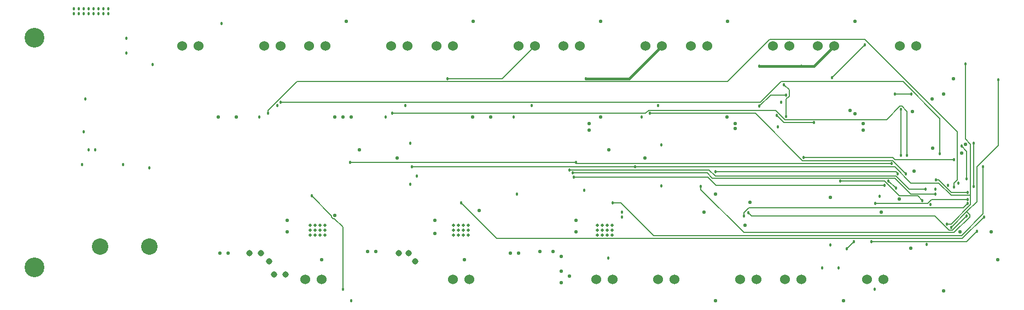
<source format=gbr>
G04 EAGLE Gerber RS-274X export*
G75*
%MOMM*%
%FSLAX34Y34*%
%LPD*%
%INBottom Copper*%
%IPPOS*%
%AMOC8*
5,1,8,0,0,1.08239X$1,22.5*%
G01*
%ADD10C,1.524000*%
%ADD11C,2.540000*%
%ADD12C,3.048000*%
%ADD13C,0.503200*%
%ADD14C,0.127000*%
%ADD15C,0.457200*%
%ADD16C,0.553200*%
%ADD17C,0.975000*%
%ADD18C,0.381000*%


D10*
X1181100Y63500D03*
X1206500Y63500D03*
X933450Y425450D03*
X908050Y425450D03*
X863600Y425450D03*
X838200Y425450D03*
X1060450Y425450D03*
X1035050Y425450D03*
X1130300Y425450D03*
X1104900Y425450D03*
X1327150Y425450D03*
X1301750Y425450D03*
X1257300Y425450D03*
X1231900Y425450D03*
X1454150Y425450D03*
X1428750Y425450D03*
X958850Y63500D03*
X984250Y63500D03*
D11*
X190500Y114300D03*
X266700Y114300D03*
D10*
X1250950Y63500D03*
X1276350Y63500D03*
X736600Y63500D03*
X762000Y63500D03*
X508000Y63500D03*
X533400Y63500D03*
X1054100Y63500D03*
X1079500Y63500D03*
X1377950Y63500D03*
X1403350Y63500D03*
X342900Y425450D03*
X317500Y425450D03*
X469900Y425450D03*
X444500Y425450D03*
X539750Y425450D03*
X514350Y425450D03*
X666750Y425450D03*
X641350Y425450D03*
X736600Y425450D03*
X711200Y425450D03*
D12*
X88900Y438150D03*
X88900Y82550D03*
D13*
X982980Y147320D03*
X982980Y139700D03*
X982980Y132080D03*
X975360Y132080D03*
X975360Y139700D03*
X975360Y147320D03*
X967740Y147320D03*
X967740Y139700D03*
X967740Y132080D03*
X960120Y132080D03*
X960120Y139700D03*
X960120Y147320D03*
X760730Y147320D03*
X760730Y139700D03*
X760730Y132080D03*
X753110Y132080D03*
X753110Y139700D03*
X753110Y147320D03*
X745490Y147320D03*
X745490Y139700D03*
X745490Y132080D03*
X737870Y132080D03*
X737870Y139700D03*
X737870Y147320D03*
X538480Y147320D03*
X538480Y139700D03*
X538480Y132080D03*
X530860Y132080D03*
X530860Y139700D03*
X530860Y147320D03*
X523240Y147320D03*
X523240Y139700D03*
X523240Y132080D03*
X515620Y132080D03*
X515620Y139700D03*
X515620Y147320D03*
D14*
X1198880Y161608D02*
X1483043Y161608D01*
X1198880Y161608D02*
X1193800Y166688D01*
X1483043Y161608D02*
X1504950Y139700D01*
X1509713Y139700D01*
X1531938Y161925D01*
D15*
X1193800Y166688D03*
X1531938Y161925D03*
D16*
X768350Y463550D03*
X965200Y463550D03*
X1162050Y463550D03*
X1358900Y463550D03*
X1511300Y374650D03*
X1447800Y323850D03*
X1479550Y266700D03*
X1530350Y273050D03*
X1445260Y111760D03*
X1521460Y137160D03*
X1341120Y30480D03*
X1143000Y30480D03*
X1033780Y251460D03*
X977900Y264160D03*
X650240Y251460D03*
X591820Y264160D03*
X375920Y104140D03*
X388620Y104140D03*
X604520Y106680D03*
X617220Y106680D03*
X825500Y104140D03*
X838200Y104140D03*
X927100Y154940D03*
X927100Y137160D03*
X708660Y154940D03*
X708660Y134620D03*
X777240Y170180D03*
X754380Y93980D03*
X480060Y154940D03*
X480060Y137160D03*
X533400Y93980D03*
X553720Y162560D03*
D15*
X670560Y274320D03*
X670560Y210820D03*
X1059180Y271780D03*
X1059180Y208280D03*
X858520Y332740D03*
X830580Y314960D03*
X464820Y332740D03*
X436880Y314960D03*
X167640Y342900D03*
X165100Y292100D03*
X226060Y241300D03*
X266700Y236220D03*
X378460Y459740D03*
D16*
X571500Y463550D03*
D15*
X231140Y436880D03*
X231140Y414020D03*
X271780Y396240D03*
D16*
X1478280Y342900D03*
X1496060Y350520D03*
X1427480Y187960D03*
X1450340Y231140D03*
X1399540Y167640D03*
X1196340Y182880D03*
X1188720Y147320D03*
X1496060Y45720D03*
X1579880Y93980D03*
X1569720Y137160D03*
D15*
X1244600Y337820D03*
X1239520Y299720D03*
X662940Y332740D03*
X632460Y314960D03*
X1054100Y332740D03*
X1028700Y314960D03*
X977550Y96394D03*
X1483360Y203200D03*
X998220Y167640D03*
X998220Y160020D03*
D14*
X1187450Y161925D02*
X1187450Y166688D01*
X1195388Y174625D01*
X1527175Y174625D01*
X1533525Y180975D01*
D15*
X1187450Y161925D03*
X1533525Y180975D03*
D14*
X1357313Y122238D02*
X1346200Y111125D01*
D15*
X1346200Y111125D03*
X1357313Y122238D03*
D14*
X1390650Y180975D02*
X1471613Y180975D01*
X1477963Y187325D01*
X1533525Y187325D01*
D15*
X1390650Y180975D03*
X1533525Y187325D03*
D14*
X1531938Y122238D02*
X1384300Y122238D01*
X1531938Y122238D02*
X1547813Y138113D01*
D15*
X1384300Y122238D03*
X1547813Y138113D03*
D14*
X1212850Y338138D02*
X469900Y338138D01*
X1212850Y338138D02*
X1244600Y369888D01*
X1433513Y369888D01*
X1490663Y312738D01*
X1490663Y258763D01*
D15*
X469900Y338138D03*
X1490663Y258763D03*
D14*
X450850Y320675D02*
X450850Y325438D01*
X495300Y369888D01*
X1162050Y369888D01*
X1227138Y434975D01*
X1374775Y434975D01*
X1517650Y292100D01*
X1517650Y217488D01*
X1512888Y212725D01*
X1512888Y206375D01*
D15*
X450850Y320675D03*
X1512888Y206375D03*
D14*
X1131888Y222250D02*
X923925Y222250D01*
X1131888Y222250D02*
X1144588Y209550D01*
X1404938Y209550D01*
D15*
X923925Y222250D03*
X1404938Y209550D03*
X1503363Y209550D03*
D14*
X1035050Y320675D02*
X642938Y320675D01*
X1035050Y320675D02*
X1039813Y325438D01*
X1236663Y325438D01*
X1250950Y311150D01*
X1408113Y311150D01*
X1428750Y331788D01*
X1431925Y331788D01*
X1439863Y323850D01*
X1439863Y255588D01*
D15*
X642938Y320675D03*
X1439863Y255588D03*
X1389380Y48260D03*
X1320800Y116840D03*
D16*
X373380Y314960D03*
X401320Y314960D03*
X553720Y314960D03*
X566420Y314960D03*
X579120Y314960D03*
X767080Y314960D03*
X795020Y314960D03*
X947420Y294640D03*
X947420Y304800D03*
X965200Y314960D03*
X1160780Y314960D03*
X1173480Y304800D03*
X1173480Y297180D03*
X1351280Y325120D03*
X1358900Y320040D03*
X1371600Y304800D03*
X1371600Y294640D03*
X1320800Y190500D03*
X1143000Y195580D03*
X1125220Y167640D03*
X871220Y106680D03*
X891540Y106680D03*
X904240Y99060D03*
X904240Y76200D03*
X904240Y58420D03*
X916940Y68580D03*
X1524000Y259080D03*
D15*
X149860Y482600D03*
X157480Y482600D03*
X165100Y482600D03*
X149860Y474980D03*
X157480Y474980D03*
X165100Y474980D03*
X172720Y482600D03*
X172720Y474980D03*
X180340Y482600D03*
X180340Y474980D03*
X187960Y474980D03*
X187960Y482600D03*
X195580Y482600D03*
X195580Y474980D03*
X203200Y474980D03*
X203200Y482600D03*
D17*
X652780Y104140D03*
X668020Y104140D03*
X678180Y91440D03*
X421640Y104140D03*
X439420Y104140D03*
X452120Y91440D03*
X459740Y71120D03*
X477520Y71120D03*
D15*
X1308100Y81280D03*
X1333500Y81280D03*
X172720Y264160D03*
X162560Y241300D03*
X182880Y264160D03*
D14*
X728663Y374650D02*
X812800Y374650D01*
X863600Y425450D01*
D15*
X728663Y374650D03*
D18*
X942975Y374650D02*
X1009650Y374650D01*
X1060450Y425450D01*
D15*
X942975Y374650D03*
D14*
X1228725Y349250D02*
X1252538Y349250D01*
X1228725Y349250D02*
X1211263Y331788D01*
D15*
X1252538Y349250D03*
X1211263Y331788D03*
D18*
X1276350Y393700D02*
X1295400Y393700D01*
X1327150Y425450D01*
X1276350Y393700D02*
X1211263Y393700D01*
D15*
X1276350Y393700D03*
X1211263Y393700D03*
D14*
X1420813Y350838D02*
X1446213Y350838D01*
D15*
X1446213Y350838D03*
X1420813Y350838D03*
D14*
X1249363Y306388D02*
X1238250Y317500D01*
X1249363Y306388D02*
X1295400Y306388D01*
D15*
X1238250Y317500D03*
X1295400Y306388D03*
D14*
X1252538Y315913D02*
X1252538Y342900D01*
X1257300Y347663D01*
X1257300Y357188D01*
X1249363Y365125D01*
D15*
X1252538Y315913D03*
X1249363Y365125D03*
D14*
X1323975Y376238D02*
X1374775Y427038D01*
D15*
X1323975Y376238D03*
X1374775Y427038D03*
D14*
X1133475Y233363D02*
X917575Y233363D01*
X1133475Y233363D02*
X1143000Y223838D01*
X1422400Y223838D01*
X1443038Y203200D01*
X1468438Y203200D01*
D15*
X917575Y233363D03*
X1468438Y203200D03*
D14*
X1130300Y228600D02*
X922338Y228600D01*
X1130300Y228600D02*
X1138238Y220663D01*
X1420813Y220663D01*
X1445578Y195898D01*
X1483678Y195898D01*
D15*
X922338Y228600D03*
X1483678Y195898D03*
D14*
X1422400Y230188D02*
X1143000Y230188D01*
X1422400Y230188D02*
X1425575Y227013D01*
D15*
X1143000Y230188D03*
X1425575Y227013D03*
D14*
X1204913Y320675D02*
X1041400Y320675D01*
X1204913Y320675D02*
X1277938Y247650D01*
X1417638Y247650D01*
X1438275Y227013D01*
D15*
X1041400Y320675D03*
X1438275Y227013D03*
D14*
X1404938Y215900D02*
X1336675Y215900D01*
X1404938Y215900D02*
X1427798Y193040D01*
X1456373Y193040D01*
X1463675Y185738D01*
D15*
X1336675Y215900D03*
X1463675Y185738D03*
X1397000Y192088D03*
X1476375Y179388D03*
D14*
X1422400Y204788D02*
X1411288Y215900D01*
D15*
X1411288Y215900D03*
X1422400Y204788D03*
D14*
X1430338Y255588D02*
X1430338Y327025D01*
D15*
X1430338Y327025D03*
X1430338Y255588D03*
D14*
X927100Y244475D02*
X577850Y244475D01*
X928688Y242888D02*
X1416050Y242888D01*
X928688Y242888D02*
X927100Y244475D01*
D15*
X927100Y244475D03*
X577850Y244475D03*
X1416050Y242888D03*
X1519238Y212725D03*
X939800Y201613D03*
D14*
X1525588Y127000D02*
X1558925Y160338D01*
X1525588Y127000D02*
X804863Y127000D01*
X749300Y182563D01*
D15*
X1558925Y160338D03*
X749300Y182563D03*
X579120Y30480D03*
X566420Y48260D03*
D14*
X566420Y144780D01*
X553311Y157889D01*
X551785Y157889D01*
X549049Y160625D01*
X549049Y162151D01*
X518160Y193040D01*
D15*
X518160Y193040D03*
D14*
X1557338Y165100D02*
X1557338Y238125D01*
X1557338Y165100D02*
X1524000Y131763D01*
X1047750Y131763D01*
X996950Y182563D01*
X984250Y182563D01*
D15*
X1557338Y238125D03*
X984250Y182563D03*
D14*
X1420813Y249238D02*
X1512888Y249238D01*
X1420813Y249238D02*
X1417638Y252413D01*
X1279525Y252413D01*
D15*
X1512888Y249238D03*
X1279525Y252413D03*
D14*
X1019175Y238125D02*
X673100Y238125D01*
X1530350Y280988D02*
X1530350Y396875D01*
X1530350Y280988D02*
X1538288Y273050D01*
X1538288Y193675D02*
X1538288Y179388D01*
X1538288Y193675D02*
X1538288Y273050D01*
X1538288Y179388D02*
X1508125Y149225D01*
X1501775Y149225D01*
X1420813Y238125D02*
X1019175Y238125D01*
X1420813Y238125D02*
X1445895Y213043D01*
X1488758Y213043D01*
X1508125Y193675D01*
X1538288Y193675D01*
D15*
X673100Y238125D03*
X1019175Y238125D03*
X1501775Y149225D03*
X1470025Y117475D03*
X1530350Y396875D03*
D14*
X1581150Y373063D02*
X1581150Y271463D01*
X1547813Y238125D01*
X1547813Y184150D01*
X1531938Y168275D02*
X1508125Y144463D01*
X1531938Y168275D02*
X1547813Y184150D01*
X1531938Y168275D02*
X1536700Y163513D01*
X1536700Y160338D01*
X1512888Y136525D01*
X1187133Y136525D01*
X1120775Y202883D01*
X1120775Y207963D01*
D15*
X1581150Y373063D03*
X1508125Y144463D03*
X1120775Y207963D03*
X835660Y195580D03*
X680720Y223520D03*
D14*
X1531938Y219075D02*
X1531938Y261938D01*
X1524000Y269875D01*
D15*
X1531938Y219075D03*
X1524000Y269875D03*
D14*
X1543050Y274638D02*
X1543050Y207963D01*
D15*
X1543050Y207963D03*
X1543050Y274638D03*
D14*
X1489075Y217488D02*
X1484313Y217488D01*
X1489075Y217488D02*
X1508125Y198438D01*
X1533525Y198438D01*
D15*
X1484313Y217488D03*
X1533525Y198438D03*
M02*

</source>
